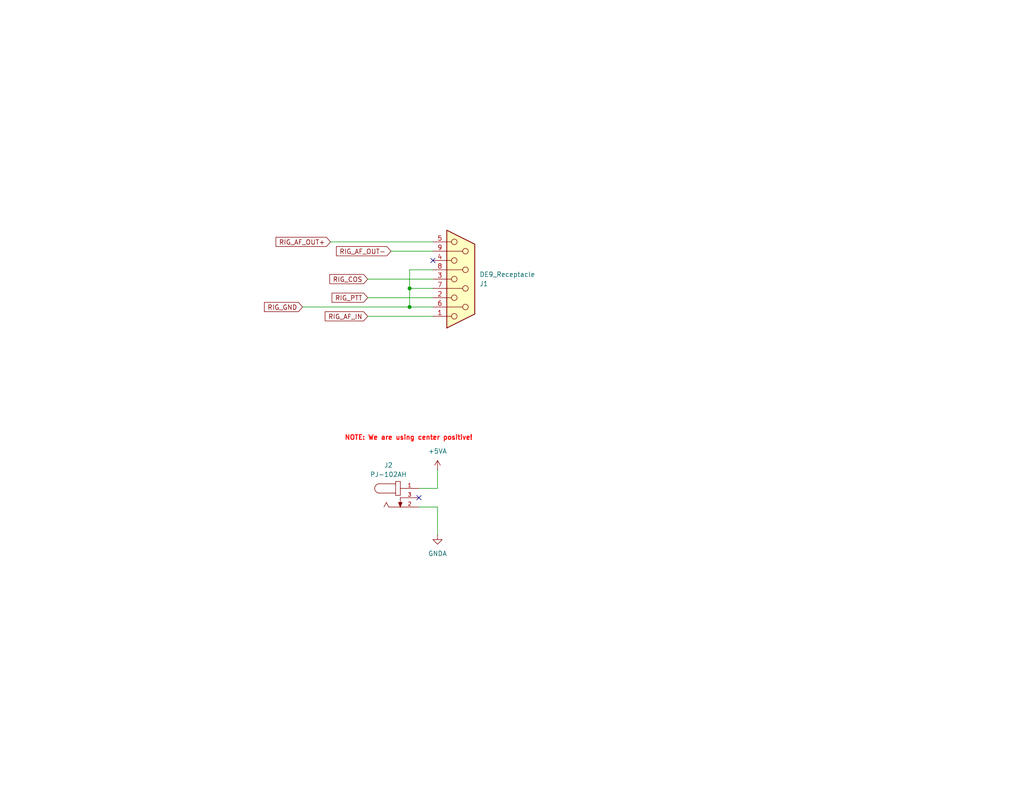
<source format=kicad_sch>
(kicad_sch (version 20231120) (generator "eeschema") (generator_version "8.0")
  (paper "USLetter")
  (title_block (date "2024-04-15") (rev "3"))
  (lib_symbols
    (symbol "power:+5VA" (power) (pin_numbers hide) (pin_names (offset 0) hide)
      (property "Value" "+5VA" (at 0 3.556 0))
      (symbol "+5VA_0_1"
        (polyline (pts (xy -0.762 1.27) (xy 0 2.54)))
        (polyline (pts (xy 0 0) (xy 0 2.54)))
        (polyline (pts (xy 0 2.54) (xy 0.762 1.27)))
      )
      (symbol "+5VA_1_1"
        (pin power_in line (at 0 0 90) (length 0) (name "~") (number "1"))
      )
    )
    (symbol "power:GNDA" (power) (pin_numbers hide) (pin_names (offset 0) hide)
      (property "Value" "GNDA" (at 0 -3.81 0))
      (symbol "GNDA_0_1"
        (polyline (pts (xy 0 0) (xy 0 -1.27) (xy 1.27 -1.27) (xy 0 -2.54) (xy -1.27 -1.27) (xy 0 -1.27)))
      )
      (symbol "GNDA_1_1"
        (pin power_in line (at 0 0 270) (length 0) (name "~") (number "1"))
      )
    )
    (symbol "symbol-library-1:DE9_Receptacle" (pin_names (offset 1.016) hide)
      (property "Reference" "J" (at 0 13.97 0))
      (property "Value" "DE9_Receptacle" (at 0 -14.605 0))
      (symbol "DE9_Receptacle_0_1"
        (circle (center -1.778 -10.16) (radius 0.762))
        (circle (center -1.778 -5.08) (radius 0.762))
        (circle (center -1.778 0) (radius 0.762))
        (circle (center -1.778 5.08) (radius 0.762))
        (circle (center -1.778 10.16) (radius 0.762))
        (polyline (pts (xy -3.81 -10.16) (xy -2.54 -10.16)))
        (polyline (pts (xy -3.81 -7.62) (xy 0.508 -7.62)))
        (polyline (pts (xy -3.81 -5.08) (xy -2.54 -5.08)))
        (polyline (pts (xy -3.81 -2.54) (xy 0.508 -2.54)))
        (polyline (pts (xy -3.81 0) (xy -2.54 0)))
        (polyline (pts (xy -3.81 2.54) (xy 0.508 2.54)))
        (polyline (pts (xy -3.81 5.08) (xy -2.54 5.08)))
        (polyline (pts (xy -3.81 7.62) (xy 0.508 7.62)))
        (polyline (pts (xy -3.81 10.16) (xy -2.54 10.16)))
        (polyline (pts (xy -3.81 13.335) (xy -3.81 -13.335) (xy 3.81 -9.525) (xy 3.81 9.525) (xy -3.81 13.335)) (stroke (width 0.254)) (fill (type background)))
        (circle (center 1.27 -7.62) (radius 0.762))
        (circle (center 1.27 -2.54) (radius 0.762))
        (circle (center 1.27 2.54) (radius 0.762))
        (circle (center 1.27 7.62) (radius 0.762))
      )
      (symbol "DE9_Receptacle_1_1"
        (pin passive line (at -7.62 10.16 0) (length 3.81) (name "1") (number "1"))
        (pin passive line (at -7.62 5.08 0) (length 3.81) (name "2") (number "2"))
        (pin passive line (at -7.62 0 0) (length 3.81) (name "3") (number "3"))
        (pin passive line (at -7.62 -5.08 0) (length 3.81) (name "4") (number "4"))
        (pin passive line (at -7.62 -10.16 0) (length 3.81) (name "5") (number "5"))
        (pin passive line (at -7.62 7.62 0) (length 3.81) (name "6") (number "6"))
        (pin passive line (at -7.62 2.54 0) (length 3.81) (name "7") (number "7"))
        (pin passive line (at -7.62 -2.54 0) (length 3.81) (name "8") (number "8"))
        (pin passive line (at -7.62 -7.62 0) (length 3.81) (name "9") (number "9"))
      )
    )
    (symbol "symbol-library-1:Power_5.5mm_PJ-102AH" (pin_names (offset 1.016))
      (property "Reference" "J" (at -7.6258 5.0838 0))
      (property "Value" "PJ-102AH" (at -7.6296 -5.0864 0))
      (symbol "Power_5.5mm_PJ-102AH_0_0"
        (arc (start -5.715 3.81) (mid -6.9794 2.54) (end -5.715 1.27) (stroke (width 0.1524)))
        (polyline (pts (xy -5.715 3.81) (xy -1.27 3.81)) (stroke (width 0.1524)))
        (polyline (pts (xy -3.81 -1.27) (xy -4.445 -2.54)) (stroke (width 0.1524)))
        (polyline (pts (xy -3.175 -2.54) (xy -3.81 -1.27)) (stroke (width 0.1524)))
        (polyline (pts (xy -1.27 0.635) (xy 0 0.635)) (stroke (width 0.1524)))
        (polyline (pts (xy -1.27 1.27) (xy -5.715 1.27)) (stroke (width 0.1524)))
        (polyline (pts (xy -1.27 1.27) (xy -1.27 0.635)) (stroke (width 0.1524)))
        (polyline (pts (xy -1.27 3.81) (xy -1.27 1.27)) (stroke (width 0.1524)))
        (polyline (pts (xy -1.27 4.445) (xy -1.27 3.81)) (stroke (width 0.1524)))
        (polyline (pts (xy 0 -2.54) (xy -3.175 -2.54)) (stroke (width 0.1524)))
        (polyline (pts (xy 0 0) (xy 0 -2.54)) (stroke (width 0.1524)))
        (polyline (pts (xy 0 0.635) (xy 0 4.445)) (stroke (width 0.1524)))
        (polyline (pts (xy 0 4.445) (xy -1.27 4.445)) (stroke (width 0.1524)))
        (polyline (pts (xy 0 -2.54) (xy -0.508 -1.27) (xy 0.508 -1.27) (xy 0 -2.54)) (stroke (width 0.1524)) (fill (type outline)))
        (pin passive line (at 5.08 2.54 180) (length 5.08) (name "~") (number "1"))
        (pin passive line (at 5.08 -2.54 180) (length 5.08) (name "~") (number "2"))
        (pin passive line (at 5.08 0 180) (length 5.08) (name "~") (number "3"))
      )
    )
  )
  (junction (at 111.76 83.82))
  (junction (at 111.76 78.74))
  (no_connect (at 114.3 135.89))
  (no_connect (at 118.11 71.12))
  (wire (pts (xy 111.76 73.66) (xy 118.11 73.66)))
  (wire (pts (xy 111.76 78.74) (xy 111.76 73.66)))
  (wire (pts (xy 114.3 133.35) (xy 119.38 133.35)))
  (wire (pts (xy 118.11 78.74) (xy 111.76 78.74)))
  (wire (pts (xy 111.76 78.74) (xy 111.76 83.82)))
  (wire (pts (xy 82.55 83.82) (xy 111.76 83.82)))
  (wire (pts (xy 111.76 83.82) (xy 118.11 83.82)))
  (wire (pts (xy 90.17 66.04) (xy 118.11 66.04)))
  (wire (pts (xy 100.33 86.36) (xy 118.11 86.36)))
  (wire (pts (xy 114.3 138.43) (xy 119.38 138.43)))
  (wire (pts (xy 106.68 68.58) (xy 118.11 68.58)))
  (wire (pts (xy 100.33 81.28) (xy 118.11 81.28)))
  (wire (pts (xy 119.38 138.43) (xy 119.38 146.05)))
  (wire (pts (xy 100.33 76.2) (xy 118.11 76.2)))
  (wire (pts (xy 119.38 133.35) (xy 119.38 128.27)))
  (text "NOTE: We are using center positive!" (at 111.506 119.634 0) (effects (font (size 1.27 1.27) (thickness 0.254) (bold yes))))
  (global_label "RIG_PTT" (shape input) (at 100.33 81.28 180) (property "Intersheetrefs" "${INTERSHEET_REFS}" (effects (hide yes))))
  (global_label "RIG_GND" (shape input) (at 82.55 83.82 180) (property "Intersheetrefs" "${INTERSHEET_REFS}" (effects (hide yes))))
  (global_label "RIG_AF_IN" (shape input) (at 100.33 86.36 180) (property "Intersheetrefs" "${INTERSHEET_REFS}" (effects (hide yes))))
  (global_label "RIG_COS" (shape input) (at 100.33 76.2 180) (property "Intersheetrefs" "${INTERSHEET_REFS}" (effects (hide yes))))
  (global_label "RIG_AF_OUT+" (shape input) (at 90.17 66.04 180) (property "Intersheetrefs" "${INTERSHEET_REFS}" (effects (hide yes))))
  (global_label "RIG_AF_OUT-" (shape input) (at 106.68 68.58 180) (property "Intersheetrefs" "${INTERSHEET_REFS}" (effects (hide yes))))
  (symbol (lib_id "power:GNDA") (at 119.38 146.05 0) (unit 1)
    (property "Reference" "#PWR048" (effects (hide yes)))
    (property "Value" "GNDA" (at 119.38 151.13 0))
    (property "Description" "Power symbol creates a global label with name \"GNDA\" , analog ground" (effects (hide yes)))
  )
  (symbol (lib_id "symbol-library-1:Power_5.5mm_PJ-102AH") (at 109.22 135.89 0) (unit 1)
    (property "Reference" "J2" (at 105.9843 127 0))
    (property "Value" "PJ-102AH" (at 105.9843 129.54 0))
    (property "Footprint" "bruce-footprints:Power_5.5mm_CUI_PJ-102AH" (effects (hide yes)))
    (property "MF" "CUI Devices" (effects (hide yes)))
    (property "Purchase-URL" "https://pricing.snapeda.com/search/part/PJ-102AH/?ref=eda" (effects (hide yes)))
    (property "Package" "None" (effects (hide yes)))
    (property "Price" "None" (effects (hide yes)))
    (property "CUI_purchase_URL" "https://www.cuidevices.com/product/interconnect/connectors/dc-power-connectors/jacks/pj-102ah?utm_source=snapeda.com&utm_medium=referral&utm_campaign=snapedaBOM" (effects (hide yes)))
    (property "MP" "PJ-102AH" (effects (hide yes)))
    (property "Availability" "In Stock" (effects (hide yes)))
    (property "Description_1" "2.0 x 6.5 mm, 5.0 A, Horizontal, Through Hole, Tapered Pins, Dc Power Jack Connector" (effects (hide yes)))
  )
  (symbol (lib_id "power:+5VA") (at 119.38 128.27 0) (unit 1)
    (property "Reference" "#PWR047" (effects (hide yes)))
    (property "Value" "+5VA" (at 119.38 123.19 0))
    (property "Description" "Power symbol creates a global label with name \"+5VA\"" (effects (hide yes)))
  )
  (symbol (lib_id "symbol-library-1:DE9_Receptacle") (at 125.73 76.2 0) (mirror x) (unit 1)
    (property "Reference" "J1" (at 130.81 77.4701 0) (effects (justify left)))
    (property "Value" "DE9_Receptacle" (at 130.81 74.9301 0) (effects (justify left)))
    (property "Footprint" "bruce-footprints:CONN_A-DF 09 A&slash_KG-T2S_ASM" (effects (hide yes)))
    (property "Datasheet" " ~" (effects (hide yes)))
    (property "Description" "9-pin female receptacle socket D-SUB connector" (effects (hide yes)))
  )
)
</source>
